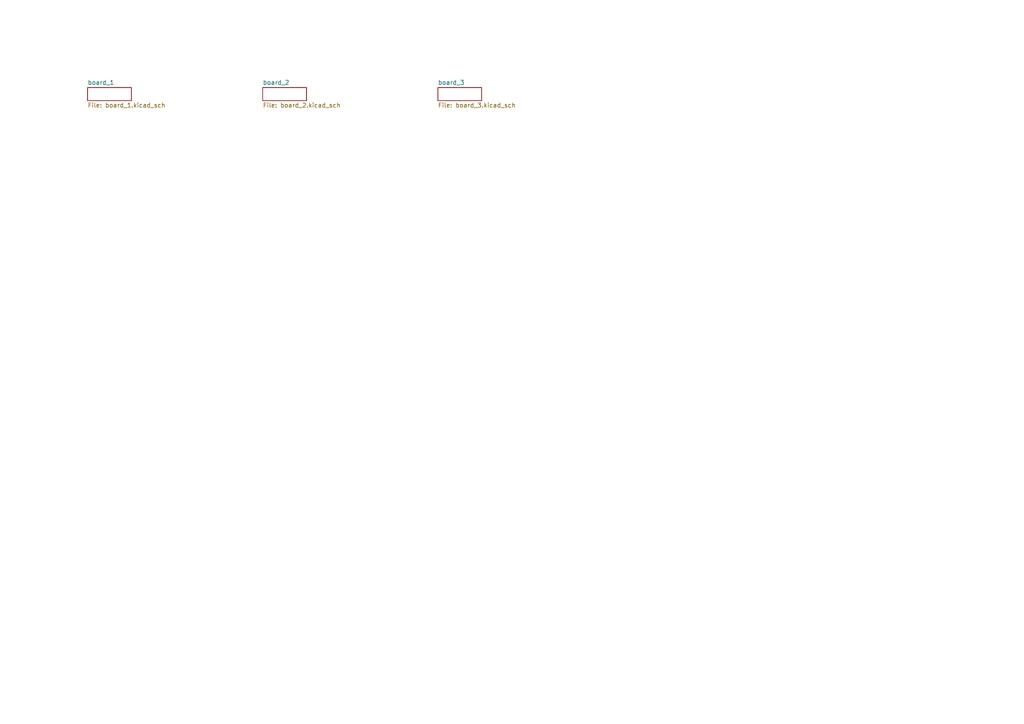
<source format=kicad_sch>
(kicad_sch (version 20230121) (generator eeschema)
  (paper "A4")
  (lib_symbols)
  (sheet (at 76.2 25.4) (size 12.7 3.81)
    (property "Sheetname" "board_2" (at 76.2 24.6884 0) (effects (justify left bottom)))
    (property "Sheetfile" "board_2.kicad_sch" (at 76.2 29.7946 0) (effects (justify left top)))
  )
  (sheet (at 25.4 25.4) (size 12.7 3.81)
    (property "Sheetname" "board_1" (at 25.4 24.6884 0) (effects (justify left bottom)))
    (property "Sheetfile" "board_1.kicad_sch" (at 25.4 29.7946 0) (effects (justify left top)))
  )
  (sheet (at 127 25.4) (size 12.7 3.81)
    (property "Sheetname" "board_3" (at 127 24.6884 0) (effects (justify left bottom)))
    (property "Sheetfile" "board_3.kicad_sch" (at 127 29.7946 0) (effects (justify left top)))
  )
)
</source>
